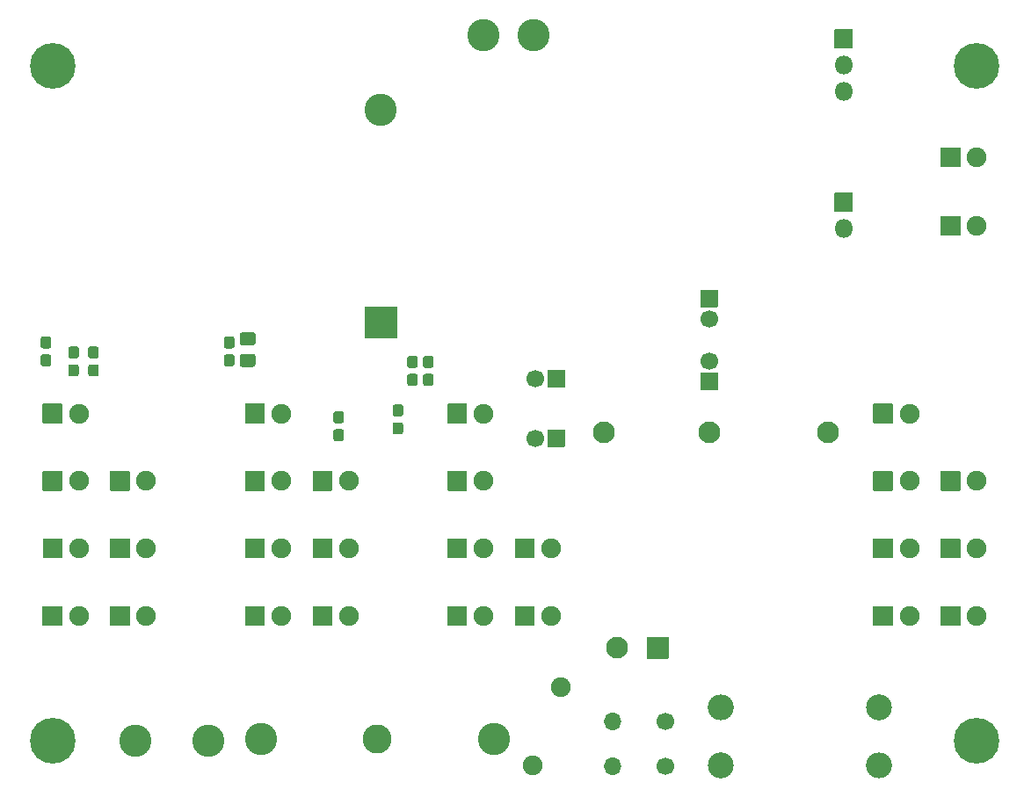
<source format=gbs>
G04 #@! TF.GenerationSoftware,KiCad,Pcbnew,5.1.9*
G04 #@! TF.CreationDate,2021-01-09T13:55:21+02:00*
G04 #@! TF.ProjectId,block,626c6f63-6b2e-46b6-9963-61645f706362,rev?*
G04 #@! TF.SameCoordinates,Original*
G04 #@! TF.FileFunction,Soldermask,Bot*
G04 #@! TF.FilePolarity,Negative*
%FSLAX46Y46*%
G04 Gerber Fmt 4.6, Leading zero omitted, Abs format (unit mm)*
G04 Created by KiCad (PCBNEW 5.1.9) date 2021-01-09 13:55:21*
%MOMM*%
%LPD*%
G01*
G04 APERTURE LIST*
%ADD10C,1.900000*%
%ADD11C,3.100000*%
%ADD12O,1.800000X1.800000*%
%ADD13C,1.700000*%
%ADD14C,2.800000*%
%ADD15C,4.400000*%
%ADD16C,2.100000*%
%ADD17O,2.500000X2.500000*%
%ADD18C,2.500000*%
%ADD19O,1.700000X1.700000*%
G04 APERTURE END LIST*
G04 #@! TO.C,D21*
G36*
G01*
X124550000Y-120900000D02*
X124550000Y-119100000D01*
G75*
G02*
X124600000Y-119050000I50000J0D01*
G01*
X126400000Y-119050000D01*
G75*
G02*
X126450000Y-119100000I0J-50000D01*
G01*
X126450000Y-120900000D01*
G75*
G02*
X126400000Y-120950000I-50000J0D01*
G01*
X124600000Y-120950000D01*
G75*
G02*
X124550000Y-120900000I0J50000D01*
G01*
G37*
D10*
X128040000Y-120000000D03*
G04 #@! TD*
G04 #@! TO.C,D13*
G36*
G01*
X105050000Y-107900000D02*
X105050000Y-106100000D01*
G75*
G02*
X105100000Y-106050000I50000J0D01*
G01*
X106900000Y-106050000D01*
G75*
G02*
X106950000Y-106100000I0J-50000D01*
G01*
X106950000Y-107900000D01*
G75*
G02*
X106900000Y-107950000I-50000J0D01*
G01*
X105100000Y-107950000D01*
G75*
G02*
X105050000Y-107900000I0J50000D01*
G01*
G37*
X108540000Y-107000000D03*
G04 #@! TD*
G04 #@! TO.C,D7*
X169040000Y-107000000D03*
G36*
G01*
X165550000Y-107900000D02*
X165550000Y-106100000D01*
G75*
G02*
X165600000Y-106050000I50000J0D01*
G01*
X167400000Y-106050000D01*
G75*
G02*
X167450000Y-106100000I0J-50000D01*
G01*
X167450000Y-107900000D01*
G75*
G02*
X167400000Y-107950000I-50000J0D01*
G01*
X165600000Y-107950000D01*
G75*
G02*
X165550000Y-107900000I0J50000D01*
G01*
G37*
G04 #@! TD*
G04 #@! TO.C,D6*
X169040000Y-113500000D03*
G36*
G01*
X165550000Y-114400000D02*
X165550000Y-112600000D01*
G75*
G02*
X165600000Y-112550000I50000J0D01*
G01*
X167400000Y-112550000D01*
G75*
G02*
X167450000Y-112600000I0J-50000D01*
G01*
X167450000Y-114400000D01*
G75*
G02*
X167400000Y-114450000I-50000J0D01*
G01*
X165600000Y-114450000D01*
G75*
G02*
X165550000Y-114400000I0J50000D01*
G01*
G37*
G04 #@! TD*
D11*
G04 #@! TO.C,NEUTRAL*
X88000000Y-132000000D03*
G04 #@! TD*
G04 #@! TO.C,LIVE*
X95000000Y-132000000D03*
G04 #@! TD*
D12*
G04 #@! TO.C,J3*
X156210000Y-69469000D03*
X156210000Y-66929000D03*
G36*
G01*
X155310000Y-65239000D02*
X155310000Y-63539000D01*
G75*
G02*
X155360000Y-63489000I50000J0D01*
G01*
X157060000Y-63489000D01*
G75*
G02*
X157110000Y-63539000I0J-50000D01*
G01*
X157110000Y-65239000D01*
G75*
G02*
X157060000Y-65289000I-50000J0D01*
G01*
X155360000Y-65289000D01*
G75*
G02*
X155310000Y-65239000I0J50000D01*
G01*
G37*
G04 #@! TD*
G04 #@! TO.C,J2*
X156210000Y-82677000D03*
G36*
G01*
X155310000Y-80987000D02*
X155310000Y-79287000D01*
G75*
G02*
X155360000Y-79237000I50000J0D01*
G01*
X157060000Y-79237000D01*
G75*
G02*
X157110000Y-79287000I0J-50000D01*
G01*
X157110000Y-80987000D01*
G75*
G02*
X157060000Y-81037000I-50000J0D01*
G01*
X155360000Y-81037000D01*
G75*
G02*
X155310000Y-80987000I0J50000D01*
G01*
G37*
G04 #@! TD*
D11*
G04 #@! TO.C,BT1*
X111633000Y-71247000D03*
G36*
G01*
X113133000Y-93287000D02*
X110133000Y-93287000D01*
G75*
G02*
X110083000Y-93237000I0J50000D01*
G01*
X110083000Y-90237000D01*
G75*
G02*
X110133000Y-90187000I50000J0D01*
G01*
X113133000Y-90187000D01*
G75*
G02*
X113183000Y-90237000I0J-50000D01*
G01*
X113183000Y-93237000D01*
G75*
G02*
X113133000Y-93287000I-50000J0D01*
G01*
G37*
G04 #@! TD*
G04 #@! TO.C,C24*
G36*
G01*
X79637500Y-94239500D02*
X79112500Y-94239500D01*
G75*
G02*
X78850000Y-93977000I0J262500D01*
G01*
X78850000Y-93327000D01*
G75*
G02*
X79112500Y-93064500I262500J0D01*
G01*
X79637500Y-93064500D01*
G75*
G02*
X79900000Y-93327000I0J-262500D01*
G01*
X79900000Y-93977000D01*
G75*
G02*
X79637500Y-94239500I-262500J0D01*
G01*
G37*
G36*
G01*
X79637500Y-95964500D02*
X79112500Y-95964500D01*
G75*
G02*
X78850000Y-95702000I0J262500D01*
G01*
X78850000Y-95052000D01*
G75*
G02*
X79112500Y-94789500I262500J0D01*
G01*
X79637500Y-94789500D01*
G75*
G02*
X79900000Y-95052000I0J-262500D01*
G01*
X79900000Y-95702000D01*
G75*
G02*
X79637500Y-95964500I-262500J0D01*
G01*
G37*
G04 #@! TD*
G04 #@! TO.C,C9*
G36*
G01*
X99309724Y-93939500D02*
X98302276Y-93939500D01*
G75*
G02*
X98031000Y-93668224I0J271276D01*
G01*
X98031000Y-92935776D01*
G75*
G02*
X98302276Y-92664500I271276J0D01*
G01*
X99309724Y-92664500D01*
G75*
G02*
X99581000Y-92935776I0J-271276D01*
G01*
X99581000Y-93668224D01*
G75*
G02*
X99309724Y-93939500I-271276J0D01*
G01*
G37*
G36*
G01*
X99309724Y-96014500D02*
X98302276Y-96014500D01*
G75*
G02*
X98031000Y-95743224I0J271276D01*
G01*
X98031000Y-95010776D01*
G75*
G02*
X98302276Y-94739500I271276J0D01*
G01*
X99309724Y-94739500D01*
G75*
G02*
X99581000Y-95010776I0J-271276D01*
G01*
X99581000Y-95743224D01*
G75*
G02*
X99309724Y-96014500I-271276J0D01*
G01*
G37*
G04 #@! TD*
G04 #@! TO.C,C11*
G36*
G01*
X97290500Y-94239500D02*
X96765500Y-94239500D01*
G75*
G02*
X96503000Y-93977000I0J262500D01*
G01*
X96503000Y-93327000D01*
G75*
G02*
X96765500Y-93064500I262500J0D01*
G01*
X97290500Y-93064500D01*
G75*
G02*
X97553000Y-93327000I0J-262500D01*
G01*
X97553000Y-93977000D01*
G75*
G02*
X97290500Y-94239500I-262500J0D01*
G01*
G37*
G36*
G01*
X97290500Y-95964500D02*
X96765500Y-95964500D01*
G75*
G02*
X96503000Y-95702000I0J262500D01*
G01*
X96503000Y-95052000D01*
G75*
G02*
X96765500Y-94789500I262500J0D01*
G01*
X97290500Y-94789500D01*
G75*
G02*
X97553000Y-95052000I0J-262500D01*
G01*
X97553000Y-95702000D01*
G75*
G02*
X97290500Y-95964500I-262500J0D01*
G01*
G37*
G04 #@! TD*
G04 #@! TO.C,C27*
G36*
G01*
X129374000Y-96355000D02*
X129374000Y-97955000D01*
G75*
G02*
X129324000Y-98005000I-50000J0D01*
G01*
X127724000Y-98005000D01*
G75*
G02*
X127674000Y-97955000I0J50000D01*
G01*
X127674000Y-96355000D01*
G75*
G02*
X127724000Y-96305000I50000J0D01*
G01*
X129324000Y-96305000D01*
G75*
G02*
X129374000Y-96355000I0J-50000D01*
G01*
G37*
D13*
X126524000Y-97155000D03*
G04 #@! TD*
G04 #@! TO.C,C28*
X126524000Y-102870000D03*
G36*
G01*
X129374000Y-102070000D02*
X129374000Y-103670000D01*
G75*
G02*
X129324000Y-103720000I-50000J0D01*
G01*
X127724000Y-103720000D01*
G75*
G02*
X127674000Y-103670000I0J50000D01*
G01*
X127674000Y-102070000D01*
G75*
G02*
X127724000Y-102020000I50000J0D01*
G01*
X129324000Y-102020000D01*
G75*
G02*
X129374000Y-102070000I0J-50000D01*
G01*
G37*
G04 #@! TD*
G04 #@! TO.C,C25*
G36*
G01*
X144056000Y-98259000D02*
X142456000Y-98259000D01*
G75*
G02*
X142406000Y-98209000I0J50000D01*
G01*
X142406000Y-96609000D01*
G75*
G02*
X142456000Y-96559000I50000J0D01*
G01*
X144056000Y-96559000D01*
G75*
G02*
X144106000Y-96609000I0J-50000D01*
G01*
X144106000Y-98209000D01*
G75*
G02*
X144056000Y-98259000I-50000J0D01*
G01*
G37*
X143256000Y-95409000D03*
G04 #@! TD*
G04 #@! TO.C,C26*
X143256000Y-91408000D03*
G36*
G01*
X142456000Y-88558000D02*
X144056000Y-88558000D01*
G75*
G02*
X144106000Y-88608000I0J-50000D01*
G01*
X144106000Y-90208000D01*
G75*
G02*
X144056000Y-90258000I-50000J0D01*
G01*
X142456000Y-90258000D01*
G75*
G02*
X142406000Y-90208000I0J50000D01*
G01*
X142406000Y-88608000D01*
G75*
G02*
X142456000Y-88558000I50000J0D01*
G01*
G37*
G04 #@! TD*
G04 #@! TO.C,C20*
G36*
G01*
X83684500Y-94027500D02*
X84209500Y-94027500D01*
G75*
G02*
X84472000Y-94290000I0J-262500D01*
G01*
X84472000Y-94940000D01*
G75*
G02*
X84209500Y-95202500I-262500J0D01*
G01*
X83684500Y-95202500D01*
G75*
G02*
X83422000Y-94940000I0J262500D01*
G01*
X83422000Y-94290000D01*
G75*
G02*
X83684500Y-94027500I262500J0D01*
G01*
G37*
G36*
G01*
X83684500Y-95752500D02*
X84209500Y-95752500D01*
G75*
G02*
X84472000Y-96015000I0J-262500D01*
G01*
X84472000Y-96665000D01*
G75*
G02*
X84209500Y-96927500I-262500J0D01*
G01*
X83684500Y-96927500D01*
G75*
G02*
X83422000Y-96665000I0J262500D01*
G01*
X83422000Y-96015000D01*
G75*
G02*
X83684500Y-95752500I262500J0D01*
G01*
G37*
G04 #@! TD*
G04 #@! TO.C,C21*
G36*
G01*
X81779500Y-95752500D02*
X82304500Y-95752500D01*
G75*
G02*
X82567000Y-96015000I0J-262500D01*
G01*
X82567000Y-96665000D01*
G75*
G02*
X82304500Y-96927500I-262500J0D01*
G01*
X81779500Y-96927500D01*
G75*
G02*
X81517000Y-96665000I0J262500D01*
G01*
X81517000Y-96015000D01*
G75*
G02*
X81779500Y-95752500I262500J0D01*
G01*
G37*
G36*
G01*
X81779500Y-94027500D02*
X82304500Y-94027500D01*
G75*
G02*
X82567000Y-94290000I0J-262500D01*
G01*
X82567000Y-94940000D01*
G75*
G02*
X82304500Y-95202500I-262500J0D01*
G01*
X81779500Y-95202500D01*
G75*
G02*
X81517000Y-94940000I0J262500D01*
G01*
X81517000Y-94290000D01*
G75*
G02*
X81779500Y-94027500I262500J0D01*
G01*
G37*
G04 #@! TD*
G04 #@! TO.C,C13*
G36*
G01*
X113021500Y-99615500D02*
X113546500Y-99615500D01*
G75*
G02*
X113809000Y-99878000I0J-262500D01*
G01*
X113809000Y-100528000D01*
G75*
G02*
X113546500Y-100790500I-262500J0D01*
G01*
X113021500Y-100790500D01*
G75*
G02*
X112759000Y-100528000I0J262500D01*
G01*
X112759000Y-99878000D01*
G75*
G02*
X113021500Y-99615500I262500J0D01*
G01*
G37*
G36*
G01*
X113021500Y-101340500D02*
X113546500Y-101340500D01*
G75*
G02*
X113809000Y-101603000I0J-262500D01*
G01*
X113809000Y-102253000D01*
G75*
G02*
X113546500Y-102515500I-262500J0D01*
G01*
X113021500Y-102515500D01*
G75*
G02*
X112759000Y-102253000I0J262500D01*
G01*
X112759000Y-101603000D01*
G75*
G02*
X113021500Y-101340500I262500J0D01*
G01*
G37*
G04 #@! TD*
G04 #@! TO.C,C22*
G36*
G01*
X115942500Y-94943000D02*
X116467500Y-94943000D01*
G75*
G02*
X116730000Y-95205500I0J-262500D01*
G01*
X116730000Y-95855500D01*
G75*
G02*
X116467500Y-96118000I-262500J0D01*
G01*
X115942500Y-96118000D01*
G75*
G02*
X115680000Y-95855500I0J262500D01*
G01*
X115680000Y-95205500D01*
G75*
G02*
X115942500Y-94943000I262500J0D01*
G01*
G37*
G36*
G01*
X115942500Y-96668000D02*
X116467500Y-96668000D01*
G75*
G02*
X116730000Y-96930500I0J-262500D01*
G01*
X116730000Y-97580500D01*
G75*
G02*
X116467500Y-97843000I-262500J0D01*
G01*
X115942500Y-97843000D01*
G75*
G02*
X115680000Y-97580500I0J262500D01*
G01*
X115680000Y-96930500D01*
G75*
G02*
X115942500Y-96668000I262500J0D01*
G01*
G37*
G04 #@! TD*
G04 #@! TO.C,C14*
G36*
G01*
X107831500Y-101452000D02*
X107306500Y-101452000D01*
G75*
G02*
X107044000Y-101189500I0J262500D01*
G01*
X107044000Y-100539500D01*
G75*
G02*
X107306500Y-100277000I262500J0D01*
G01*
X107831500Y-100277000D01*
G75*
G02*
X108094000Y-100539500I0J-262500D01*
G01*
X108094000Y-101189500D01*
G75*
G02*
X107831500Y-101452000I-262500J0D01*
G01*
G37*
G36*
G01*
X107831500Y-103177000D02*
X107306500Y-103177000D01*
G75*
G02*
X107044000Y-102914500I0J262500D01*
G01*
X107044000Y-102264500D01*
G75*
G02*
X107306500Y-102002000I262500J0D01*
G01*
X107831500Y-102002000D01*
G75*
G02*
X108094000Y-102264500I0J-262500D01*
G01*
X108094000Y-102914500D01*
G75*
G02*
X107831500Y-103177000I-262500J0D01*
G01*
G37*
G04 #@! TD*
G04 #@! TO.C,C23*
G36*
G01*
X114418500Y-94943000D02*
X114943500Y-94943000D01*
G75*
G02*
X115206000Y-95205500I0J-262500D01*
G01*
X115206000Y-95855500D01*
G75*
G02*
X114943500Y-96118000I-262500J0D01*
G01*
X114418500Y-96118000D01*
G75*
G02*
X114156000Y-95855500I0J262500D01*
G01*
X114156000Y-95205500D01*
G75*
G02*
X114418500Y-94943000I262500J0D01*
G01*
G37*
G36*
G01*
X114418500Y-96668000D02*
X114943500Y-96668000D01*
G75*
G02*
X115206000Y-96930500I0J-262500D01*
G01*
X115206000Y-97580500D01*
G75*
G02*
X114943500Y-97843000I-262500J0D01*
G01*
X114418500Y-97843000D01*
G75*
G02*
X114156000Y-97580500I0J262500D01*
G01*
X114156000Y-96930500D01*
G75*
G02*
X114418500Y-96668000I262500J0D01*
G01*
G37*
G04 #@! TD*
G04 #@! TO.C,D16*
G36*
G01*
X79050000Y-120900000D02*
X79050000Y-119100000D01*
G75*
G02*
X79100000Y-119050000I50000J0D01*
G01*
X80900000Y-119050000D01*
G75*
G02*
X80950000Y-119100000I0J-50000D01*
G01*
X80950000Y-120900000D01*
G75*
G02*
X80900000Y-120950000I-50000J0D01*
G01*
X79100000Y-120950000D01*
G75*
G02*
X79050000Y-120900000I0J50000D01*
G01*
G37*
D10*
X82540000Y-120000000D03*
G04 #@! TD*
G04 #@! TO.C,D18*
G36*
G01*
X79060000Y-114400000D02*
X79060000Y-112600000D01*
G75*
G02*
X79110000Y-112550000I50000J0D01*
G01*
X80910000Y-112550000D01*
G75*
G02*
X80960000Y-112600000I0J-50000D01*
G01*
X80960000Y-114400000D01*
G75*
G02*
X80910000Y-114450000I-50000J0D01*
G01*
X79110000Y-114450000D01*
G75*
G02*
X79060000Y-114400000I0J50000D01*
G01*
G37*
X82550000Y-113500000D03*
G04 #@! TD*
G04 #@! TO.C,D20*
G36*
G01*
X79050000Y-107900000D02*
X79050000Y-106100000D01*
G75*
G02*
X79100000Y-106050000I50000J0D01*
G01*
X80900000Y-106050000D01*
G75*
G02*
X80950000Y-106100000I0J-50000D01*
G01*
X80950000Y-107900000D01*
G75*
G02*
X80900000Y-107950000I-50000J0D01*
G01*
X79100000Y-107950000D01*
G75*
G02*
X79050000Y-107900000I0J50000D01*
G01*
G37*
X82540000Y-107000000D03*
G04 #@! TD*
G04 #@! TO.C,D22*
X82540000Y-100500000D03*
G36*
G01*
X79050000Y-101400000D02*
X79050000Y-99600000D01*
G75*
G02*
X79100000Y-99550000I50000J0D01*
G01*
X80900000Y-99550000D01*
G75*
G02*
X80950000Y-99600000I0J-50000D01*
G01*
X80950000Y-101400000D01*
G75*
G02*
X80900000Y-101450000I-50000J0D01*
G01*
X79100000Y-101450000D01*
G75*
G02*
X79050000Y-101400000I0J50000D01*
G01*
G37*
G04 #@! TD*
G04 #@! TO.C,D24*
G36*
G01*
X85550000Y-120900000D02*
X85550000Y-119100000D01*
G75*
G02*
X85600000Y-119050000I50000J0D01*
G01*
X87400000Y-119050000D01*
G75*
G02*
X87450000Y-119100000I0J-50000D01*
G01*
X87450000Y-120900000D01*
G75*
G02*
X87400000Y-120950000I-50000J0D01*
G01*
X85600000Y-120950000D01*
G75*
G02*
X85550000Y-120900000I0J50000D01*
G01*
G37*
X89040000Y-120000000D03*
G04 #@! TD*
G04 #@! TO.C,D26*
X89040000Y-113500000D03*
G36*
G01*
X85550000Y-114400000D02*
X85550000Y-112600000D01*
G75*
G02*
X85600000Y-112550000I50000J0D01*
G01*
X87400000Y-112550000D01*
G75*
G02*
X87450000Y-112600000I0J-50000D01*
G01*
X87450000Y-114400000D01*
G75*
G02*
X87400000Y-114450000I-50000J0D01*
G01*
X85600000Y-114450000D01*
G75*
G02*
X85550000Y-114400000I0J50000D01*
G01*
G37*
G04 #@! TD*
G04 #@! TO.C,D28*
G36*
G01*
X85550000Y-107900000D02*
X85550000Y-106100000D01*
G75*
G02*
X85600000Y-106050000I50000J0D01*
G01*
X87400000Y-106050000D01*
G75*
G02*
X87450000Y-106100000I0J-50000D01*
G01*
X87450000Y-107900000D01*
G75*
G02*
X87400000Y-107950000I-50000J0D01*
G01*
X85600000Y-107950000D01*
G75*
G02*
X85550000Y-107900000I0J50000D01*
G01*
G37*
X89040000Y-107000000D03*
G04 #@! TD*
G04 #@! TO.C,D29*
X102040000Y-120000000D03*
G36*
G01*
X98550000Y-120900000D02*
X98550000Y-119100000D01*
G75*
G02*
X98600000Y-119050000I50000J0D01*
G01*
X100400000Y-119050000D01*
G75*
G02*
X100450000Y-119100000I0J-50000D01*
G01*
X100450000Y-120900000D01*
G75*
G02*
X100400000Y-120950000I-50000J0D01*
G01*
X98600000Y-120950000D01*
G75*
G02*
X98550000Y-120900000I0J50000D01*
G01*
G37*
G04 #@! TD*
G04 #@! TO.C,D1*
X162540000Y-120000000D03*
G36*
G01*
X159050000Y-120900000D02*
X159050000Y-119100000D01*
G75*
G02*
X159100000Y-119050000I50000J0D01*
G01*
X160900000Y-119050000D01*
G75*
G02*
X160950000Y-119100000I0J-50000D01*
G01*
X160950000Y-120900000D01*
G75*
G02*
X160900000Y-120950000I-50000J0D01*
G01*
X159100000Y-120950000D01*
G75*
G02*
X159050000Y-120900000I0J50000D01*
G01*
G37*
G04 #@! TD*
G04 #@! TO.C,D2*
X162540000Y-113500000D03*
G36*
G01*
X159050000Y-114400000D02*
X159050000Y-112600000D01*
G75*
G02*
X159100000Y-112550000I50000J0D01*
G01*
X160900000Y-112550000D01*
G75*
G02*
X160950000Y-112600000I0J-50000D01*
G01*
X160950000Y-114400000D01*
G75*
G02*
X160900000Y-114450000I-50000J0D01*
G01*
X159100000Y-114450000D01*
G75*
G02*
X159050000Y-114400000I0J50000D01*
G01*
G37*
G04 #@! TD*
G04 #@! TO.C,D3*
G36*
G01*
X159050000Y-107900000D02*
X159050000Y-106100000D01*
G75*
G02*
X159100000Y-106050000I50000J0D01*
G01*
X160900000Y-106050000D01*
G75*
G02*
X160950000Y-106100000I0J-50000D01*
G01*
X160950000Y-107900000D01*
G75*
G02*
X160900000Y-107950000I-50000J0D01*
G01*
X159100000Y-107950000D01*
G75*
G02*
X159050000Y-107900000I0J50000D01*
G01*
G37*
X162540000Y-107000000D03*
G04 #@! TD*
G04 #@! TO.C,D4*
X162540000Y-100500000D03*
G36*
G01*
X159050000Y-101400000D02*
X159050000Y-99600000D01*
G75*
G02*
X159100000Y-99550000I50000J0D01*
G01*
X160900000Y-99550000D01*
G75*
G02*
X160950000Y-99600000I0J-50000D01*
G01*
X160950000Y-101400000D01*
G75*
G02*
X160900000Y-101450000I-50000J0D01*
G01*
X159100000Y-101450000D01*
G75*
G02*
X159050000Y-101400000I0J50000D01*
G01*
G37*
G04 #@! TD*
G04 #@! TO.C,D5*
G36*
G01*
X165550000Y-120900000D02*
X165550000Y-119100000D01*
G75*
G02*
X165600000Y-119050000I50000J0D01*
G01*
X167400000Y-119050000D01*
G75*
G02*
X167450000Y-119100000I0J-50000D01*
G01*
X167450000Y-120900000D01*
G75*
G02*
X167400000Y-120950000I-50000J0D01*
G01*
X165600000Y-120950000D01*
G75*
G02*
X165550000Y-120900000I0J50000D01*
G01*
G37*
X169040000Y-120000000D03*
G04 #@! TD*
G04 #@! TO.C,D8*
X102040000Y-113500000D03*
G36*
G01*
X98550000Y-114400000D02*
X98550000Y-112600000D01*
G75*
G02*
X98600000Y-112550000I50000J0D01*
G01*
X100400000Y-112550000D01*
G75*
G02*
X100450000Y-112600000I0J-50000D01*
G01*
X100450000Y-114400000D01*
G75*
G02*
X100400000Y-114450000I-50000J0D01*
G01*
X98600000Y-114450000D01*
G75*
G02*
X98550000Y-114400000I0J50000D01*
G01*
G37*
G04 #@! TD*
G04 #@! TO.C,D9*
G36*
G01*
X98550000Y-107900000D02*
X98550000Y-106100000D01*
G75*
G02*
X98600000Y-106050000I50000J0D01*
G01*
X100400000Y-106050000D01*
G75*
G02*
X100450000Y-106100000I0J-50000D01*
G01*
X100450000Y-107900000D01*
G75*
G02*
X100400000Y-107950000I-50000J0D01*
G01*
X98600000Y-107950000D01*
G75*
G02*
X98550000Y-107900000I0J50000D01*
G01*
G37*
X102040000Y-107000000D03*
G04 #@! TD*
G04 #@! TO.C,D10*
G36*
G01*
X98550000Y-101400000D02*
X98550000Y-99600000D01*
G75*
G02*
X98600000Y-99550000I50000J0D01*
G01*
X100400000Y-99550000D01*
G75*
G02*
X100450000Y-99600000I0J-50000D01*
G01*
X100450000Y-101400000D01*
G75*
G02*
X100400000Y-101450000I-50000J0D01*
G01*
X98600000Y-101450000D01*
G75*
G02*
X98550000Y-101400000I0J50000D01*
G01*
G37*
X102040000Y-100500000D03*
G04 #@! TD*
G04 #@! TO.C,D11*
X108540000Y-120000000D03*
G36*
G01*
X105050000Y-120900000D02*
X105050000Y-119100000D01*
G75*
G02*
X105100000Y-119050000I50000J0D01*
G01*
X106900000Y-119050000D01*
G75*
G02*
X106950000Y-119100000I0J-50000D01*
G01*
X106950000Y-120900000D01*
G75*
G02*
X106900000Y-120950000I-50000J0D01*
G01*
X105100000Y-120950000D01*
G75*
G02*
X105050000Y-120900000I0J50000D01*
G01*
G37*
G04 #@! TD*
G04 #@! TO.C,D12*
G36*
G01*
X105050000Y-114400000D02*
X105050000Y-112600000D01*
G75*
G02*
X105100000Y-112550000I50000J0D01*
G01*
X106900000Y-112550000D01*
G75*
G02*
X106950000Y-112600000I0J-50000D01*
G01*
X106950000Y-114400000D01*
G75*
G02*
X106900000Y-114450000I-50000J0D01*
G01*
X105100000Y-114450000D01*
G75*
G02*
X105050000Y-114400000I0J50000D01*
G01*
G37*
X108540000Y-113500000D03*
G04 #@! TD*
G04 #@! TO.C,D14*
X121540000Y-120000000D03*
G36*
G01*
X118050000Y-120900000D02*
X118050000Y-119100000D01*
G75*
G02*
X118100000Y-119050000I50000J0D01*
G01*
X119900000Y-119050000D01*
G75*
G02*
X119950000Y-119100000I0J-50000D01*
G01*
X119950000Y-120900000D01*
G75*
G02*
X119900000Y-120950000I-50000J0D01*
G01*
X118100000Y-120950000D01*
G75*
G02*
X118050000Y-120900000I0J50000D01*
G01*
G37*
G04 #@! TD*
G04 #@! TO.C,D15*
X121540000Y-113500000D03*
G36*
G01*
X118050000Y-114400000D02*
X118050000Y-112600000D01*
G75*
G02*
X118100000Y-112550000I50000J0D01*
G01*
X119900000Y-112550000D01*
G75*
G02*
X119950000Y-112600000I0J-50000D01*
G01*
X119950000Y-114400000D01*
G75*
G02*
X119900000Y-114450000I-50000J0D01*
G01*
X118100000Y-114450000D01*
G75*
G02*
X118050000Y-114400000I0J50000D01*
G01*
G37*
G04 #@! TD*
G04 #@! TO.C,D17*
G36*
G01*
X118050000Y-107900000D02*
X118050000Y-106100000D01*
G75*
G02*
X118100000Y-106050000I50000J0D01*
G01*
X119900000Y-106050000D01*
G75*
G02*
X119950000Y-106100000I0J-50000D01*
G01*
X119950000Y-107900000D01*
G75*
G02*
X119900000Y-107950000I-50000J0D01*
G01*
X118100000Y-107950000D01*
G75*
G02*
X118050000Y-107900000I0J50000D01*
G01*
G37*
X121540000Y-107000000D03*
G04 #@! TD*
G04 #@! TO.C,D19*
X121540000Y-100500000D03*
G36*
G01*
X118050000Y-101400000D02*
X118050000Y-99600000D01*
G75*
G02*
X118100000Y-99550000I50000J0D01*
G01*
X119900000Y-99550000D01*
G75*
G02*
X119950000Y-99600000I0J-50000D01*
G01*
X119950000Y-101400000D01*
G75*
G02*
X119900000Y-101450000I-50000J0D01*
G01*
X118100000Y-101450000D01*
G75*
G02*
X118050000Y-101400000I0J50000D01*
G01*
G37*
G04 #@! TD*
G04 #@! TO.C,D23*
X128040000Y-113500000D03*
G36*
G01*
X124550000Y-114400000D02*
X124550000Y-112600000D01*
G75*
G02*
X124600000Y-112550000I50000J0D01*
G01*
X126400000Y-112550000D01*
G75*
G02*
X126450000Y-112600000I0J-50000D01*
G01*
X126450000Y-114400000D01*
G75*
G02*
X126400000Y-114450000I-50000J0D01*
G01*
X124600000Y-114450000D01*
G75*
G02*
X124550000Y-114400000I0J50000D01*
G01*
G37*
G04 #@! TD*
G04 #@! TO.C,D25*
X169040000Y-82423000D03*
G36*
G01*
X165550000Y-83323000D02*
X165550000Y-81523000D01*
G75*
G02*
X165600000Y-81473000I50000J0D01*
G01*
X167400000Y-81473000D01*
G75*
G02*
X167450000Y-81523000I0J-50000D01*
G01*
X167450000Y-83323000D01*
G75*
G02*
X167400000Y-83373000I-50000J0D01*
G01*
X165600000Y-83373000D01*
G75*
G02*
X165550000Y-83323000I0J50000D01*
G01*
G37*
G04 #@! TD*
G04 #@! TO.C,D27*
G36*
G01*
X165550000Y-76719000D02*
X165550000Y-74919000D01*
G75*
G02*
X165600000Y-74869000I50000J0D01*
G01*
X167400000Y-74869000D01*
G75*
G02*
X167450000Y-74919000I0J-50000D01*
G01*
X167450000Y-76719000D01*
G75*
G02*
X167400000Y-76769000I-50000J0D01*
G01*
X165600000Y-76769000D01*
G75*
G02*
X165550000Y-76719000I0J50000D01*
G01*
G37*
X169040000Y-75819000D03*
G04 #@! TD*
D11*
G04 #@! TO.C,F1*
X122555000Y-131826000D03*
X100055000Y-131826000D03*
D14*
X111305000Y-131826000D03*
G04 #@! TD*
D15*
G04 #@! TO.C,H1*
X169040000Y-132000000D03*
G04 #@! TD*
G04 #@! TO.C,H2*
X80000000Y-132000000D03*
G04 #@! TD*
G04 #@! TO.C,H3*
X80000000Y-67000000D03*
G04 #@! TD*
G04 #@! TO.C,H4*
X169040000Y-67000000D03*
G04 #@! TD*
G04 #@! TO.C,PS1*
G36*
G01*
X139353000Y-122063000D02*
X139353000Y-124063000D01*
G75*
G02*
X139303000Y-124113000I-50000J0D01*
G01*
X137303000Y-124113000D01*
G75*
G02*
X137253000Y-124063000I0J50000D01*
G01*
X137253000Y-122063000D01*
G75*
G02*
X137303000Y-122013000I50000J0D01*
G01*
X139303000Y-122013000D01*
G75*
G02*
X139353000Y-122063000I0J-50000D01*
G01*
G37*
D16*
X134403000Y-123063000D03*
X143273000Y-102303000D03*
X154703000Y-102303000D03*
X133113000Y-102303000D03*
G04 #@! TD*
D17*
G04 #@! TO.C,R34*
X159639000Y-134366000D03*
D18*
X144399000Y-134366000D03*
G04 #@! TD*
G04 #@! TO.C,R35*
X159639000Y-128778000D03*
D17*
X144399000Y-128778000D03*
G04 #@! TD*
D10*
G04 #@! TO.C,RV1*
X126238000Y-134366000D03*
X128938000Y-126866000D03*
G04 #@! TD*
D19*
G04 #@! TO.C,TH1*
X133985000Y-134493000D03*
D13*
X139065000Y-134493000D03*
G04 #@! TD*
G04 #@! TO.C,TH2*
X139065000Y-130175000D03*
D19*
X133985000Y-130175000D03*
G04 #@! TD*
D11*
G04 #@! TO.C,+5V*
X126365000Y-64008000D03*
G04 #@! TD*
G04 #@! TO.C,GND*
X121539000Y-64008000D03*
G04 #@! TD*
M02*

</source>
